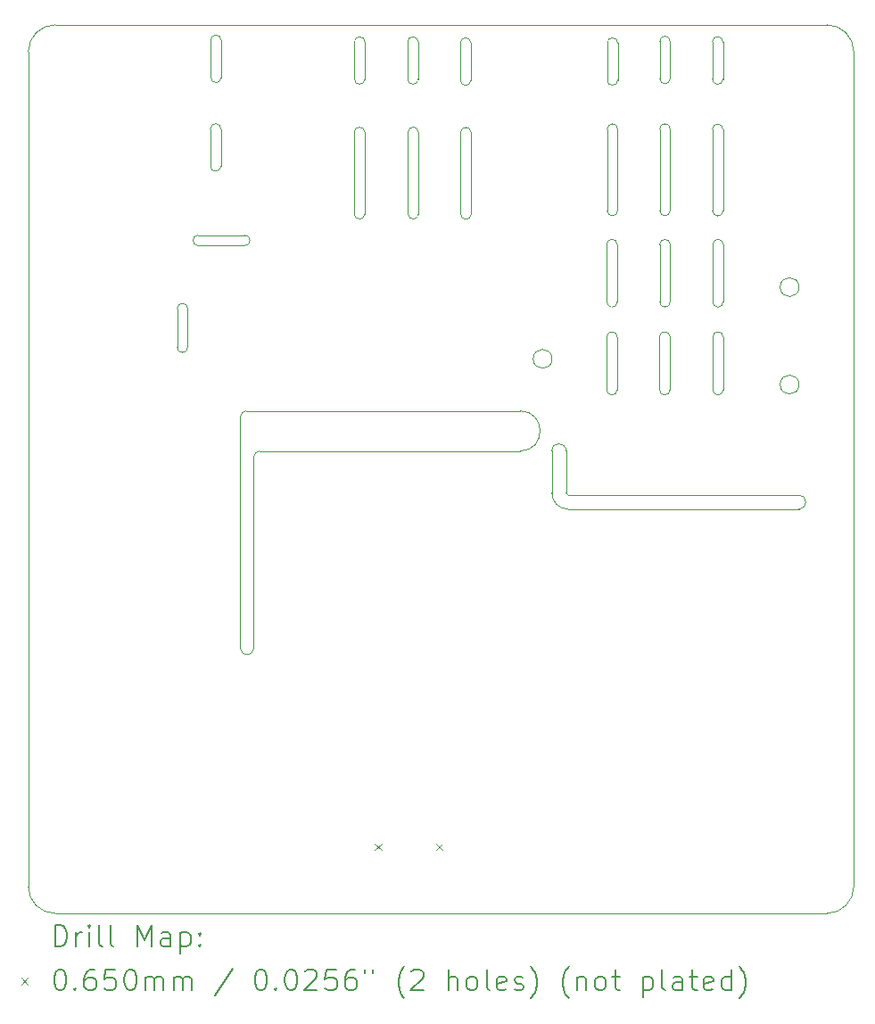
<source format=gbr>
%FSLAX45Y45*%
G04 Gerber Fmt 4.5, Leading zero omitted, Abs format (unit mm)*
G04 Created by KiCad (PCBNEW (6.0.5)) date 2022-09-21 20:33:48*
%MOMM*%
%LPD*%
G01*
G04 APERTURE LIST*
%TA.AperFunction,Profile*%
%ADD10C,0.050000*%
%TD*%
%TA.AperFunction,Profile*%
%ADD11C,0.100000*%
%TD*%
%ADD12C,0.200000*%
%ADD13C,0.065000*%
G04 APERTURE END LIST*
D10*
X10668050Y-11550650D02*
G75*
G03*
X10922050Y-11296650I0J254000D01*
G01*
X10922050Y-11296650D02*
X10922050Y-3371850D01*
X6753950Y-11550850D02*
X3340150Y-11550850D01*
X10402450Y-5607050D02*
G75*
G03*
X10402450Y-5607050I-90000J0D01*
G01*
D11*
X7753950Y-7162800D02*
X5281980Y-7162800D01*
D10*
X10668050Y-3117850D02*
X3340150Y-3117850D01*
D11*
X5154980Y-6781800D02*
X7753950Y-6781800D01*
D10*
X3086150Y-11296650D02*
X3086150Y-3371850D01*
X7753950Y-7162800D02*
G75*
G03*
X7753950Y-6781800I0J190500D01*
G01*
X3086150Y-11296650D02*
G75*
G03*
X3340150Y-11550850I254200J0D01*
G01*
X10668050Y-11550650D02*
X6753950Y-11550850D01*
X10922050Y-3371850D02*
G75*
G03*
X10668050Y-3117850I-254000J0D01*
G01*
X9179905Y-5746455D02*
X9179905Y-5203485D01*
X9580340Y-3280410D02*
X9580340Y-3631250D01*
X8058030Y-6287770D02*
G75*
G03*
X8058030Y-6287770I-90000J0D01*
G01*
X6690475Y-4137930D02*
X6690475Y-4910675D01*
X6181820Y-3280410D02*
X6181820Y-3631250D01*
X8055888Y-7560500D02*
G75*
G03*
X8210300Y-7714912I154412J0D01*
G01*
X8582120Y-3641410D02*
G75*
G03*
X8681770Y-3641410I49825J0D01*
G01*
X8577335Y-5203485D02*
X8577335Y-5746455D01*
X8681770Y-3290570D02*
G75*
G03*
X8582120Y-3290570I-49825J0D01*
G01*
X4815300Y-4105910D02*
X4815300Y-4456750D01*
X8676985Y-5746455D02*
X8676985Y-5203485D01*
X8577335Y-6580500D02*
G75*
G03*
X8676985Y-6580500I49825J0D01*
G01*
X6687280Y-3631250D02*
G75*
G03*
X6786930Y-3631250I49825J0D01*
G01*
X9580635Y-4881490D02*
G75*
G03*
X9680285Y-4881490I49825J0D01*
G01*
X6790125Y-4137930D02*
G75*
G03*
X6690475Y-4137930I-49825J0D01*
G01*
X5154980Y-6781800D02*
G75*
G03*
X5099100Y-6837680I0J-55880D01*
G01*
X10402450Y-6531610D02*
G75*
G03*
X10402450Y-6531610I-90000J0D01*
G01*
X9682825Y-5746455D02*
X9682825Y-5203485D01*
X9080255Y-5746455D02*
G75*
G03*
X9179905Y-5746455I49825J0D01*
G01*
X6786930Y-3280410D02*
G75*
G03*
X6687280Y-3280410I-49825J0D01*
G01*
X9580340Y-3631250D02*
G75*
G03*
X9679990Y-3631250I49825J0D01*
G01*
X5141538Y-5113938D02*
X4698363Y-5113938D01*
X8676985Y-5203485D02*
G75*
G03*
X8577335Y-5203485I-49825J0D01*
G01*
X9580635Y-4108745D02*
X9580635Y-4881490D01*
X9680285Y-4881490D02*
X9680285Y-4108745D01*
X7187660Y-3290570D02*
X7187660Y-3641410D01*
D11*
X8210300Y-7580292D02*
X10400187Y-7580292D01*
D10*
X8190508Y-7160500D02*
G75*
G03*
X8055888Y-7160500I-67310J-3D01*
G01*
X9077715Y-6080500D02*
X9077715Y-6580500D01*
X5281980Y-7162800D02*
G75*
G03*
X5226100Y-7218680I-10J-55870D01*
G01*
X9682825Y-5203485D02*
G75*
G03*
X9583175Y-5203485I-49825J0D01*
G01*
X5099100Y-6837680D02*
X5099100Y-9034780D01*
X7290125Y-4140500D02*
G75*
G03*
X7190475Y-4140500I-49825J0D01*
G01*
X8580950Y-4107570D02*
X8580950Y-4880315D01*
X6180475Y-4910675D02*
G75*
G03*
X6280125Y-4910675I49825J0D01*
G01*
X7190475Y-4140500D02*
X7190475Y-4913245D01*
X4817950Y-3615690D02*
G75*
G03*
X4917600Y-3615690I49825J0D01*
G01*
X6181820Y-3631250D02*
G75*
G03*
X6281470Y-3631250I49825J0D01*
G01*
X9179610Y-3626170D02*
X9179610Y-3275330D01*
X9682825Y-6580500D02*
X9682825Y-6080500D01*
X8577335Y-6080500D02*
X8577335Y-6580500D01*
X9680285Y-4108745D02*
G75*
G03*
X9580635Y-4108745I-49825J0D01*
G01*
X8582120Y-3290570D02*
X8582120Y-3641410D01*
X9583175Y-6080500D02*
X9583175Y-6580500D01*
X4499660Y-6178375D02*
G75*
G03*
X4599310Y-6178375I49825J0D01*
G01*
D11*
X10400187Y-7714912D02*
X8210300Y-7714912D01*
D10*
X9179905Y-4878950D02*
X9179905Y-4106205D01*
X8580950Y-4880315D02*
G75*
G03*
X8680600Y-4880315I49825J0D01*
G01*
X4917600Y-3264850D02*
G75*
G03*
X4817950Y-3264850I-49825J0D01*
G01*
X6690475Y-4910675D02*
G75*
G03*
X6790125Y-4910675I49825J0D01*
G01*
X4917600Y-3615690D02*
X4917600Y-3264850D01*
X5141538Y-5213583D02*
G75*
G03*
X5141538Y-5113938I3J49823D01*
G01*
X4914950Y-4456750D02*
X4914950Y-4105910D01*
X8680600Y-4880315D02*
X8680600Y-4107570D01*
X4914950Y-4105910D02*
G75*
G03*
X4815300Y-4105910I-49825J0D01*
G01*
X4815300Y-4456750D02*
G75*
G03*
X4914950Y-4456750I49825J0D01*
G01*
X7287310Y-3641410D02*
X7287310Y-3290570D01*
X6687280Y-3280410D02*
X6687280Y-3631250D01*
X9080255Y-5203485D02*
X9080255Y-5746455D01*
X7287310Y-3290570D02*
G75*
G03*
X7187660Y-3290570I-49825J0D01*
G01*
X8577335Y-5746455D02*
G75*
G03*
X8676985Y-5746455I49825J0D01*
G01*
X3340150Y-3117850D02*
G75*
G03*
X3086150Y-3371850I0J-254000D01*
G01*
X4698363Y-5113933D02*
G75*
G03*
X4698363Y-5213588I-3J-49828D01*
G01*
X4499660Y-5810425D02*
X4499660Y-6178375D01*
X9080255Y-4106205D02*
X9080255Y-4878950D01*
X6786930Y-3631250D02*
X6786930Y-3280410D01*
X6280125Y-4137930D02*
G75*
G03*
X6180475Y-4137930I-49825J0D01*
G01*
X9179905Y-5203485D02*
G75*
G03*
X9080255Y-5203485I-49825J0D01*
G01*
X9079960Y-3626170D02*
G75*
G03*
X9179610Y-3626170I49825J0D01*
G01*
X9179610Y-3275330D02*
G75*
G03*
X9079960Y-3275330I-49825J0D01*
G01*
X5099100Y-9034780D02*
G75*
G03*
X5226100Y-9034780I63500J1561D01*
G01*
X9682825Y-6080500D02*
G75*
G03*
X9583175Y-6080500I-49825J0D01*
G01*
X9583175Y-5746455D02*
G75*
G03*
X9682825Y-5746455I49825J0D01*
G01*
X9080255Y-4878950D02*
G75*
G03*
X9179905Y-4878950I49825J0D01*
G01*
X8190508Y-7560500D02*
G75*
G03*
X8210300Y-7580292I19792J0D01*
G01*
X9077715Y-6580500D02*
G75*
G03*
X9177365Y-6580500I49825J0D01*
G01*
X9679990Y-3631250D02*
X9679990Y-3280410D01*
X9179905Y-4106205D02*
G75*
G03*
X9080255Y-4106205I-49825J0D01*
G01*
X6281470Y-3280410D02*
G75*
G03*
X6181820Y-3280410I-49825J0D01*
G01*
X6281470Y-3631250D02*
X6281470Y-3280410D01*
X4817950Y-3264850D02*
X4817950Y-3615690D01*
X7190475Y-4913245D02*
G75*
G03*
X7290125Y-4913245I49825J0D01*
G01*
X9583175Y-5203485D02*
X9583175Y-5746455D01*
X8676985Y-6580500D02*
X8676985Y-6080500D01*
X8055888Y-7560500D02*
X8055888Y-7160500D01*
X4599310Y-5810425D02*
G75*
G03*
X4499660Y-5810425I-49825J0D01*
G01*
X6280125Y-4910675D02*
X6280125Y-4137930D01*
X10400187Y-7714908D02*
G75*
G03*
X10400187Y-7580292I3J67308D01*
G01*
X8190508Y-7160500D02*
X8190508Y-7560500D01*
X8676985Y-6080500D02*
G75*
G03*
X8577335Y-6080500I-49825J0D01*
G01*
X9177365Y-6080500D02*
G75*
G03*
X9077715Y-6080500I-49825J0D01*
G01*
X9679990Y-3280410D02*
G75*
G03*
X9580340Y-3280410I-49825J0D01*
G01*
X7187660Y-3641410D02*
G75*
G03*
X7287310Y-3641410I49825J0D01*
G01*
X4599310Y-6178375D02*
X4599310Y-5810425D01*
X9079960Y-3275330D02*
X9079960Y-3626170D01*
X9177365Y-6580500D02*
X9177365Y-6080500D01*
X8681770Y-3641410D02*
X8681770Y-3290570D01*
X6790125Y-4910675D02*
X6790125Y-4137930D01*
X5226100Y-9034780D02*
X5226100Y-7218680D01*
X4698363Y-5213588D02*
X5141538Y-5213588D01*
X6180475Y-4137930D02*
X6180475Y-4910675D01*
X8680600Y-4107570D02*
G75*
G03*
X8580950Y-4107570I-49825J0D01*
G01*
X7290125Y-4913245D02*
X7290125Y-4140500D01*
X9583175Y-6580500D02*
G75*
G03*
X9682825Y-6580500I49825J0D01*
G01*
D12*
D13*
X6376100Y-10888090D02*
X6441100Y-10953090D01*
X6441100Y-10888090D02*
X6376100Y-10953090D01*
X6954100Y-10888090D02*
X7019100Y-10953090D01*
X7019100Y-10888090D02*
X6954100Y-10953090D01*
D12*
X3341269Y-11863826D02*
X3341269Y-11663826D01*
X3388888Y-11663826D01*
X3417459Y-11673350D01*
X3436507Y-11692398D01*
X3446031Y-11711445D01*
X3455555Y-11749540D01*
X3455555Y-11778112D01*
X3446031Y-11816207D01*
X3436507Y-11835255D01*
X3417459Y-11854302D01*
X3388888Y-11863826D01*
X3341269Y-11863826D01*
X3541269Y-11863826D02*
X3541269Y-11730493D01*
X3541269Y-11768588D02*
X3550793Y-11749540D01*
X3560317Y-11740017D01*
X3579364Y-11730493D01*
X3598412Y-11730493D01*
X3665078Y-11863826D02*
X3665078Y-11730493D01*
X3665078Y-11663826D02*
X3655555Y-11673350D01*
X3665078Y-11682874D01*
X3674602Y-11673350D01*
X3665078Y-11663826D01*
X3665078Y-11682874D01*
X3788888Y-11863826D02*
X3769840Y-11854302D01*
X3760317Y-11835255D01*
X3760317Y-11663826D01*
X3893650Y-11863826D02*
X3874602Y-11854302D01*
X3865078Y-11835255D01*
X3865078Y-11663826D01*
X4122221Y-11863826D02*
X4122221Y-11663826D01*
X4188888Y-11806683D01*
X4255555Y-11663826D01*
X4255555Y-11863826D01*
X4436507Y-11863826D02*
X4436507Y-11759064D01*
X4426983Y-11740017D01*
X4407936Y-11730493D01*
X4369840Y-11730493D01*
X4350793Y-11740017D01*
X4436507Y-11854302D02*
X4417460Y-11863826D01*
X4369840Y-11863826D01*
X4350793Y-11854302D01*
X4341269Y-11835255D01*
X4341269Y-11816207D01*
X4350793Y-11797159D01*
X4369840Y-11787636D01*
X4417460Y-11787636D01*
X4436507Y-11778112D01*
X4531745Y-11730493D02*
X4531745Y-11930493D01*
X4531745Y-11740017D02*
X4550793Y-11730493D01*
X4588888Y-11730493D01*
X4607936Y-11740017D01*
X4617460Y-11749540D01*
X4626983Y-11768588D01*
X4626983Y-11825731D01*
X4617460Y-11844778D01*
X4607936Y-11854302D01*
X4588888Y-11863826D01*
X4550793Y-11863826D01*
X4531745Y-11854302D01*
X4712698Y-11844778D02*
X4722221Y-11854302D01*
X4712698Y-11863826D01*
X4703174Y-11854302D01*
X4712698Y-11844778D01*
X4712698Y-11863826D01*
X4712698Y-11740017D02*
X4722221Y-11749540D01*
X4712698Y-11759064D01*
X4703174Y-11749540D01*
X4712698Y-11740017D01*
X4712698Y-11759064D01*
D13*
X3018650Y-12160850D02*
X3083650Y-12225850D01*
X3083650Y-12160850D02*
X3018650Y-12225850D01*
D12*
X3379364Y-12083826D02*
X3398412Y-12083826D01*
X3417459Y-12093350D01*
X3426983Y-12102874D01*
X3436507Y-12121921D01*
X3446031Y-12160017D01*
X3446031Y-12207636D01*
X3436507Y-12245731D01*
X3426983Y-12264778D01*
X3417459Y-12274302D01*
X3398412Y-12283826D01*
X3379364Y-12283826D01*
X3360317Y-12274302D01*
X3350793Y-12264778D01*
X3341269Y-12245731D01*
X3331745Y-12207636D01*
X3331745Y-12160017D01*
X3341269Y-12121921D01*
X3350793Y-12102874D01*
X3360317Y-12093350D01*
X3379364Y-12083826D01*
X3531745Y-12264778D02*
X3541269Y-12274302D01*
X3531745Y-12283826D01*
X3522221Y-12274302D01*
X3531745Y-12264778D01*
X3531745Y-12283826D01*
X3712698Y-12083826D02*
X3674602Y-12083826D01*
X3655555Y-12093350D01*
X3646031Y-12102874D01*
X3626983Y-12131445D01*
X3617459Y-12169540D01*
X3617459Y-12245731D01*
X3626983Y-12264778D01*
X3636507Y-12274302D01*
X3655555Y-12283826D01*
X3693650Y-12283826D01*
X3712698Y-12274302D01*
X3722221Y-12264778D01*
X3731745Y-12245731D01*
X3731745Y-12198112D01*
X3722221Y-12179064D01*
X3712698Y-12169540D01*
X3693650Y-12160017D01*
X3655555Y-12160017D01*
X3636507Y-12169540D01*
X3626983Y-12179064D01*
X3617459Y-12198112D01*
X3912698Y-12083826D02*
X3817459Y-12083826D01*
X3807936Y-12179064D01*
X3817459Y-12169540D01*
X3836507Y-12160017D01*
X3884126Y-12160017D01*
X3903174Y-12169540D01*
X3912698Y-12179064D01*
X3922221Y-12198112D01*
X3922221Y-12245731D01*
X3912698Y-12264778D01*
X3903174Y-12274302D01*
X3884126Y-12283826D01*
X3836507Y-12283826D01*
X3817459Y-12274302D01*
X3807936Y-12264778D01*
X4046031Y-12083826D02*
X4065078Y-12083826D01*
X4084126Y-12093350D01*
X4093650Y-12102874D01*
X4103174Y-12121921D01*
X4112698Y-12160017D01*
X4112698Y-12207636D01*
X4103174Y-12245731D01*
X4093650Y-12264778D01*
X4084126Y-12274302D01*
X4065078Y-12283826D01*
X4046031Y-12283826D01*
X4026983Y-12274302D01*
X4017459Y-12264778D01*
X4007936Y-12245731D01*
X3998412Y-12207636D01*
X3998412Y-12160017D01*
X4007936Y-12121921D01*
X4017459Y-12102874D01*
X4026983Y-12093350D01*
X4046031Y-12083826D01*
X4198412Y-12283826D02*
X4198412Y-12150493D01*
X4198412Y-12169540D02*
X4207936Y-12160017D01*
X4226983Y-12150493D01*
X4255555Y-12150493D01*
X4274602Y-12160017D01*
X4284126Y-12179064D01*
X4284126Y-12283826D01*
X4284126Y-12179064D02*
X4293650Y-12160017D01*
X4312698Y-12150493D01*
X4341269Y-12150493D01*
X4360317Y-12160017D01*
X4369840Y-12179064D01*
X4369840Y-12283826D01*
X4465079Y-12283826D02*
X4465079Y-12150493D01*
X4465079Y-12169540D02*
X4474602Y-12160017D01*
X4493650Y-12150493D01*
X4522221Y-12150493D01*
X4541269Y-12160017D01*
X4550793Y-12179064D01*
X4550793Y-12283826D01*
X4550793Y-12179064D02*
X4560317Y-12160017D01*
X4579364Y-12150493D01*
X4607936Y-12150493D01*
X4626983Y-12160017D01*
X4636507Y-12179064D01*
X4636507Y-12283826D01*
X5026983Y-12074302D02*
X4855555Y-12331445D01*
X5284126Y-12083826D02*
X5303174Y-12083826D01*
X5322221Y-12093350D01*
X5331745Y-12102874D01*
X5341269Y-12121921D01*
X5350793Y-12160017D01*
X5350793Y-12207636D01*
X5341269Y-12245731D01*
X5331745Y-12264778D01*
X5322221Y-12274302D01*
X5303174Y-12283826D01*
X5284126Y-12283826D01*
X5265079Y-12274302D01*
X5255555Y-12264778D01*
X5246031Y-12245731D01*
X5236507Y-12207636D01*
X5236507Y-12160017D01*
X5246031Y-12121921D01*
X5255555Y-12102874D01*
X5265079Y-12093350D01*
X5284126Y-12083826D01*
X5436507Y-12264778D02*
X5446031Y-12274302D01*
X5436507Y-12283826D01*
X5426983Y-12274302D01*
X5436507Y-12264778D01*
X5436507Y-12283826D01*
X5569840Y-12083826D02*
X5588888Y-12083826D01*
X5607936Y-12093350D01*
X5617459Y-12102874D01*
X5626983Y-12121921D01*
X5636507Y-12160017D01*
X5636507Y-12207636D01*
X5626983Y-12245731D01*
X5617459Y-12264778D01*
X5607936Y-12274302D01*
X5588888Y-12283826D01*
X5569840Y-12283826D01*
X5550793Y-12274302D01*
X5541269Y-12264778D01*
X5531745Y-12245731D01*
X5522221Y-12207636D01*
X5522221Y-12160017D01*
X5531745Y-12121921D01*
X5541269Y-12102874D01*
X5550793Y-12093350D01*
X5569840Y-12083826D01*
X5712698Y-12102874D02*
X5722221Y-12093350D01*
X5741269Y-12083826D01*
X5788888Y-12083826D01*
X5807936Y-12093350D01*
X5817459Y-12102874D01*
X5826983Y-12121921D01*
X5826983Y-12140969D01*
X5817459Y-12169540D01*
X5703174Y-12283826D01*
X5826983Y-12283826D01*
X6007936Y-12083826D02*
X5912698Y-12083826D01*
X5903174Y-12179064D01*
X5912698Y-12169540D01*
X5931745Y-12160017D01*
X5979364Y-12160017D01*
X5998412Y-12169540D01*
X6007936Y-12179064D01*
X6017459Y-12198112D01*
X6017459Y-12245731D01*
X6007936Y-12264778D01*
X5998412Y-12274302D01*
X5979364Y-12283826D01*
X5931745Y-12283826D01*
X5912698Y-12274302D01*
X5903174Y-12264778D01*
X6188888Y-12083826D02*
X6150793Y-12083826D01*
X6131745Y-12093350D01*
X6122221Y-12102874D01*
X6103174Y-12131445D01*
X6093650Y-12169540D01*
X6093650Y-12245731D01*
X6103174Y-12264778D01*
X6112698Y-12274302D01*
X6131745Y-12283826D01*
X6169840Y-12283826D01*
X6188888Y-12274302D01*
X6198412Y-12264778D01*
X6207936Y-12245731D01*
X6207936Y-12198112D01*
X6198412Y-12179064D01*
X6188888Y-12169540D01*
X6169840Y-12160017D01*
X6131745Y-12160017D01*
X6112698Y-12169540D01*
X6103174Y-12179064D01*
X6093650Y-12198112D01*
X6284126Y-12083826D02*
X6284126Y-12121921D01*
X6360317Y-12083826D02*
X6360317Y-12121921D01*
X6655555Y-12360017D02*
X6646031Y-12350493D01*
X6626983Y-12321921D01*
X6617459Y-12302874D01*
X6607936Y-12274302D01*
X6598412Y-12226683D01*
X6598412Y-12188588D01*
X6607936Y-12140969D01*
X6617459Y-12112398D01*
X6626983Y-12093350D01*
X6646031Y-12064778D01*
X6655555Y-12055255D01*
X6722221Y-12102874D02*
X6731745Y-12093350D01*
X6750793Y-12083826D01*
X6798412Y-12083826D01*
X6817459Y-12093350D01*
X6826983Y-12102874D01*
X6836507Y-12121921D01*
X6836507Y-12140969D01*
X6826983Y-12169540D01*
X6712698Y-12283826D01*
X6836507Y-12283826D01*
X7074602Y-12283826D02*
X7074602Y-12083826D01*
X7160317Y-12283826D02*
X7160317Y-12179064D01*
X7150793Y-12160017D01*
X7131745Y-12150493D01*
X7103174Y-12150493D01*
X7084126Y-12160017D01*
X7074602Y-12169540D01*
X7284126Y-12283826D02*
X7265078Y-12274302D01*
X7255555Y-12264778D01*
X7246031Y-12245731D01*
X7246031Y-12188588D01*
X7255555Y-12169540D01*
X7265078Y-12160017D01*
X7284126Y-12150493D01*
X7312698Y-12150493D01*
X7331745Y-12160017D01*
X7341269Y-12169540D01*
X7350793Y-12188588D01*
X7350793Y-12245731D01*
X7341269Y-12264778D01*
X7331745Y-12274302D01*
X7312698Y-12283826D01*
X7284126Y-12283826D01*
X7465078Y-12283826D02*
X7446031Y-12274302D01*
X7436507Y-12255255D01*
X7436507Y-12083826D01*
X7617459Y-12274302D02*
X7598412Y-12283826D01*
X7560317Y-12283826D01*
X7541269Y-12274302D01*
X7531745Y-12255255D01*
X7531745Y-12179064D01*
X7541269Y-12160017D01*
X7560317Y-12150493D01*
X7598412Y-12150493D01*
X7617459Y-12160017D01*
X7626983Y-12179064D01*
X7626983Y-12198112D01*
X7531745Y-12217159D01*
X7703174Y-12274302D02*
X7722221Y-12283826D01*
X7760317Y-12283826D01*
X7779364Y-12274302D01*
X7788888Y-12255255D01*
X7788888Y-12245731D01*
X7779364Y-12226683D01*
X7760317Y-12217159D01*
X7731745Y-12217159D01*
X7712698Y-12207636D01*
X7703174Y-12188588D01*
X7703174Y-12179064D01*
X7712698Y-12160017D01*
X7731745Y-12150493D01*
X7760317Y-12150493D01*
X7779364Y-12160017D01*
X7855555Y-12360017D02*
X7865078Y-12350493D01*
X7884126Y-12321921D01*
X7893650Y-12302874D01*
X7903174Y-12274302D01*
X7912698Y-12226683D01*
X7912698Y-12188588D01*
X7903174Y-12140969D01*
X7893650Y-12112398D01*
X7884126Y-12093350D01*
X7865078Y-12064778D01*
X7855555Y-12055255D01*
X8217459Y-12360017D02*
X8207936Y-12350493D01*
X8188888Y-12321921D01*
X8179364Y-12302874D01*
X8169840Y-12274302D01*
X8160317Y-12226683D01*
X8160317Y-12188588D01*
X8169840Y-12140969D01*
X8179364Y-12112398D01*
X8188888Y-12093350D01*
X8207936Y-12064778D01*
X8217459Y-12055255D01*
X8293650Y-12150493D02*
X8293650Y-12283826D01*
X8293650Y-12169540D02*
X8303174Y-12160017D01*
X8322221Y-12150493D01*
X8350793Y-12150493D01*
X8369840Y-12160017D01*
X8379364Y-12179064D01*
X8379364Y-12283826D01*
X8503174Y-12283826D02*
X8484126Y-12274302D01*
X8474602Y-12264778D01*
X8465079Y-12245731D01*
X8465079Y-12188588D01*
X8474602Y-12169540D01*
X8484126Y-12160017D01*
X8503174Y-12150493D01*
X8531745Y-12150493D01*
X8550793Y-12160017D01*
X8560317Y-12169540D01*
X8569840Y-12188588D01*
X8569840Y-12245731D01*
X8560317Y-12264778D01*
X8550793Y-12274302D01*
X8531745Y-12283826D01*
X8503174Y-12283826D01*
X8626983Y-12150493D02*
X8703174Y-12150493D01*
X8655555Y-12083826D02*
X8655555Y-12255255D01*
X8665079Y-12274302D01*
X8684126Y-12283826D01*
X8703174Y-12283826D01*
X8922221Y-12150493D02*
X8922221Y-12350493D01*
X8922221Y-12160017D02*
X8941269Y-12150493D01*
X8979364Y-12150493D01*
X8998412Y-12160017D01*
X9007936Y-12169540D01*
X9017460Y-12188588D01*
X9017460Y-12245731D01*
X9007936Y-12264778D01*
X8998412Y-12274302D01*
X8979364Y-12283826D01*
X8941269Y-12283826D01*
X8922221Y-12274302D01*
X9131745Y-12283826D02*
X9112698Y-12274302D01*
X9103174Y-12255255D01*
X9103174Y-12083826D01*
X9293650Y-12283826D02*
X9293650Y-12179064D01*
X9284126Y-12160017D01*
X9265079Y-12150493D01*
X9226983Y-12150493D01*
X9207936Y-12160017D01*
X9293650Y-12274302D02*
X9274602Y-12283826D01*
X9226983Y-12283826D01*
X9207936Y-12274302D01*
X9198412Y-12255255D01*
X9198412Y-12236207D01*
X9207936Y-12217159D01*
X9226983Y-12207636D01*
X9274602Y-12207636D01*
X9293650Y-12198112D01*
X9360317Y-12150493D02*
X9436507Y-12150493D01*
X9388888Y-12083826D02*
X9388888Y-12255255D01*
X9398412Y-12274302D01*
X9417460Y-12283826D01*
X9436507Y-12283826D01*
X9579364Y-12274302D02*
X9560317Y-12283826D01*
X9522221Y-12283826D01*
X9503174Y-12274302D01*
X9493650Y-12255255D01*
X9493650Y-12179064D01*
X9503174Y-12160017D01*
X9522221Y-12150493D01*
X9560317Y-12150493D01*
X9579364Y-12160017D01*
X9588888Y-12179064D01*
X9588888Y-12198112D01*
X9493650Y-12217159D01*
X9760317Y-12283826D02*
X9760317Y-12083826D01*
X9760317Y-12274302D02*
X9741269Y-12283826D01*
X9703174Y-12283826D01*
X9684126Y-12274302D01*
X9674602Y-12264778D01*
X9665079Y-12245731D01*
X9665079Y-12188588D01*
X9674602Y-12169540D01*
X9684126Y-12160017D01*
X9703174Y-12150493D01*
X9741269Y-12150493D01*
X9760317Y-12160017D01*
X9836507Y-12360017D02*
X9846031Y-12350493D01*
X9865079Y-12321921D01*
X9874602Y-12302874D01*
X9884126Y-12274302D01*
X9893650Y-12226683D01*
X9893650Y-12188588D01*
X9884126Y-12140969D01*
X9874602Y-12112398D01*
X9865079Y-12093350D01*
X9846031Y-12064778D01*
X9836507Y-12055255D01*
M02*

</source>
